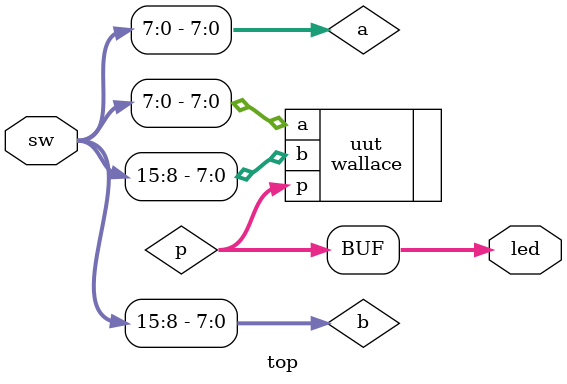
<source format=v>
module top(
    input  [15:0] sw,
    output [15:0] led
);

    wire [7:0] a = sw[7:0];       // A = SW0-SW7
    wire [7:0] b = sw[15:8];      // B = SW8-SW15
    wire [15:0] p;

    wallace uut(
        .a(a),
        .b(b),
        .p(p)
    );

    assign led = p;

endmodule

</source>
